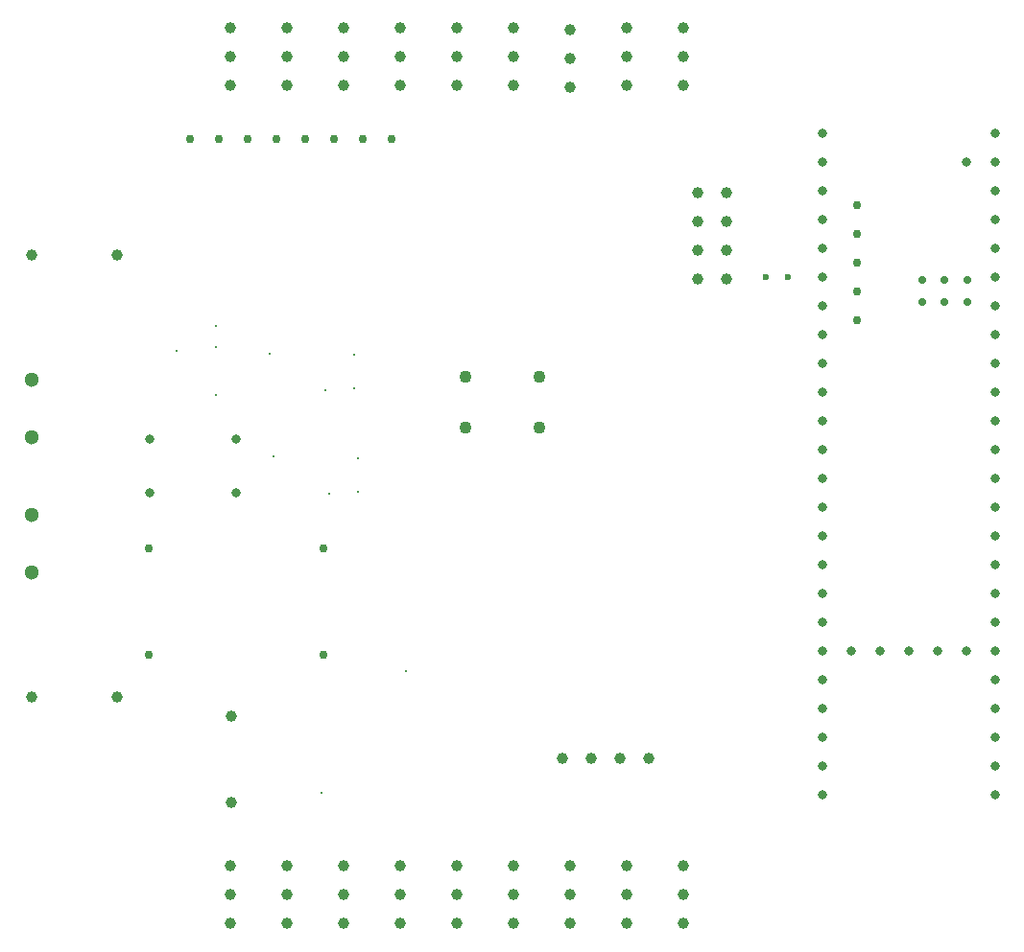
<source format=gbr>
%TF.GenerationSoftware,KiCad,Pcbnew,8.0.7*%
%TF.CreationDate,2025-07-19T14:16:11-04:00*%
%TF.ProjectId,Hexapod V2,48657861-706f-4642-9056-322e6b696361,rev?*%
%TF.SameCoordinates,Original*%
%TF.FileFunction,Plated,1,4,PTH,Drill*%
%TF.FilePolarity,Positive*%
%FSLAX46Y46*%
G04 Gerber Fmt 4.6, Leading zero omitted, Abs format (unit mm)*
G04 Created by KiCad (PCBNEW 8.0.7) date 2025-07-19 14:16:11*
%MOMM*%
%LPD*%
G01*
G04 APERTURE LIST*
%TA.AperFunction,ViaDrill*%
%ADD10C,0.300000*%
%TD*%
%TA.AperFunction,ComponentDrill*%
%ADD11C,0.600000*%
%TD*%
%TA.AperFunction,ComponentDrill*%
%ADD12C,0.700000*%
%TD*%
%TA.AperFunction,ComponentDrill*%
%ADD13C,0.750000*%
%TD*%
%TA.AperFunction,ComponentDrill*%
%ADD14C,0.762000*%
%TD*%
%TA.AperFunction,ComponentDrill*%
%ADD15C,0.800000*%
%TD*%
%TA.AperFunction,ComponentDrill*%
%ADD16C,1.000000*%
%TD*%
%TA.AperFunction,ComponentDrill*%
%ADD17C,1.100000*%
%TD*%
%TA.AperFunction,ComponentDrill*%
%ADD18C,1.300000*%
%TD*%
G04 APERTURE END LIST*
D10*
X92750000Y-71500000D03*
X96250000Y-69300000D03*
X96250000Y-71200000D03*
X96275000Y-75365000D03*
X101025000Y-71725000D03*
X101325000Y-80825000D03*
X105525000Y-110560000D03*
X105900000Y-75000000D03*
X106200000Y-84150000D03*
X108450000Y-71875000D03*
X108450000Y-74825000D03*
X108750000Y-81000000D03*
X108750000Y-83975000D03*
X113000000Y-99750000D03*
D11*
%TO.C,C1*%
X144750000Y-65000000D03*
X146750000Y-65000000D03*
D12*
%TO.C,U4*%
X158540000Y-65220000D03*
X158540000Y-67220000D03*
X160540000Y-65220000D03*
X160540000Y-67220000D03*
X162540000Y-65220000D03*
X162540000Y-67220000D03*
D13*
X152800000Y-58600000D03*
X152800000Y-61140000D03*
X152800000Y-63680000D03*
X152800000Y-66220000D03*
X152800000Y-68760000D03*
D14*
%TO.C,U5*%
X90300000Y-88900000D03*
X90300000Y-98300000D03*
%TO.C,U2*%
X93983000Y-52765000D03*
X96523000Y-52765000D03*
X99063000Y-52765000D03*
X101603000Y-52765000D03*
X104143000Y-52765000D03*
%TO.C,U5*%
X105700000Y-88900000D03*
X105700000Y-98300000D03*
%TO.C,U2*%
X106683000Y-52765000D03*
X109223000Y-52765000D03*
X111763000Y-52765000D03*
D15*
%TO.C,R4*%
X90440000Y-79250000D03*
%TO.C,R3*%
X90440000Y-84000000D03*
%TO.C,R4*%
X98060000Y-79250000D03*
%TO.C,R3*%
X98060000Y-84000000D03*
%TO.C,U4*%
X149750000Y-52250000D03*
X149750000Y-54790000D03*
X149750000Y-57330000D03*
X149750000Y-59870000D03*
X149750000Y-62410000D03*
X149750000Y-64950000D03*
X149750000Y-67490000D03*
X149750000Y-70030000D03*
X149750000Y-72570000D03*
X149750000Y-75110000D03*
X149750000Y-77650000D03*
X149750000Y-80190000D03*
X149750000Y-82730000D03*
X149750000Y-85270000D03*
X149750000Y-87810000D03*
X149750000Y-90350000D03*
X149750000Y-92890000D03*
X149750000Y-95430000D03*
X149750000Y-97970000D03*
X149750000Y-100510000D03*
X149750000Y-103050000D03*
X149750000Y-105590000D03*
X149750000Y-108130000D03*
X149750000Y-110670000D03*
X152290000Y-97970000D03*
X154830000Y-97970000D03*
X157370000Y-97970000D03*
X159910000Y-97970000D03*
X162450000Y-54790000D03*
X162450000Y-97970000D03*
X164990000Y-52250000D03*
X164990000Y-54790000D03*
X164990000Y-57330000D03*
X164990000Y-59870000D03*
X164990000Y-62410000D03*
X164990000Y-64950000D03*
X164990000Y-67490000D03*
X164990000Y-70030000D03*
X164990000Y-72570000D03*
X164990000Y-75110000D03*
X164990000Y-77650000D03*
X164990000Y-80190000D03*
X164990000Y-82730000D03*
X164990000Y-85270000D03*
X164990000Y-87810000D03*
X164990000Y-90350000D03*
X164990000Y-92890000D03*
X164990000Y-95430000D03*
X164990000Y-97970000D03*
X164990000Y-100510000D03*
X164990000Y-103050000D03*
X164990000Y-105590000D03*
X164990000Y-108130000D03*
X164990000Y-110670000D03*
D16*
%TO.C,C8*%
X80000000Y-63000000D03*
%TO.C,C9*%
X80000000Y-102080000D03*
%TO.C,C8*%
X87500000Y-63000000D03*
%TO.C,C9*%
X87500000Y-102080000D03*
%TO.C,T6*%
X97500000Y-43000000D03*
X97500000Y-45540000D03*
X97500000Y-48080000D03*
%TO.C,C11*%
X97500000Y-117000000D03*
X97500000Y-119540000D03*
X97500000Y-122080000D03*
%TO.C,BZ1*%
X97600000Y-103750000D03*
X97600000Y-111350000D03*
%TO.C,T4*%
X102500000Y-43000000D03*
X102500000Y-45540000D03*
X102500000Y-48080000D03*
%TO.C,C33*%
X102500000Y-117000000D03*
X102500000Y-119540000D03*
X102500000Y-122080000D03*
%TO.C,T2*%
X107500000Y-43000000D03*
X107500000Y-45540000D03*
X107500000Y-48080000D03*
%TO.C,C55*%
X107500000Y-117000000D03*
X107500000Y-119540000D03*
X107500000Y-122080000D03*
%TO.C,F6*%
X112500000Y-43000000D03*
X112500000Y-45540000D03*
X112500000Y-48080000D03*
%TO.C,F1*%
X112500000Y-117000000D03*
X112500000Y-119540000D03*
X112500000Y-122080000D03*
%TO.C,F4*%
X117500000Y-43000000D03*
X117500000Y-45540000D03*
X117500000Y-48080000D03*
%TO.C,F3*%
X117500000Y-117000000D03*
X117500000Y-119540000D03*
X117500000Y-122080000D03*
%TO.C,F2*%
X122500000Y-43000000D03*
X122500000Y-45540000D03*
X122500000Y-48080000D03*
%TO.C,F5*%
X122500000Y-117000000D03*
X122500000Y-119540000D03*
X122500000Y-122080000D03*
%TO.C,SSD1306*%
X126800000Y-107450000D03*
%TO.C,C44*%
X127500000Y-43170000D03*
X127500000Y-45710000D03*
X127500000Y-48250000D03*
%TO.C,T1*%
X127500000Y-117000000D03*
X127500000Y-119540000D03*
X127500000Y-122080000D03*
%TO.C,SSD1306*%
X129340000Y-107450000D03*
X131880000Y-107450000D03*
%TO.C,C44*%
X132500000Y-43000000D03*
X132500000Y-45540000D03*
X132500000Y-48080000D03*
%TO.C,T3*%
X132500000Y-117000000D03*
X132500000Y-119540000D03*
X132500000Y-122080000D03*
%TO.C,SSD1306*%
X134420000Y-107450000D03*
%TO.C,C22*%
X137500000Y-43000000D03*
X137500000Y-45540000D03*
X137500000Y-48080000D03*
%TO.C,T5*%
X137500000Y-117000000D03*
X137500000Y-119540000D03*
X137500000Y-122080000D03*
%TO.C,U3*%
X138749500Y-57505000D03*
X138749500Y-60045000D03*
X138749500Y-62585000D03*
X138749500Y-65125000D03*
X141289500Y-57505000D03*
X141289500Y-60045000D03*
X141289500Y-62585000D03*
X141289500Y-65125000D03*
D17*
%TO.C,REF\u002A\u002A*%
X118250000Y-73750000D03*
X118250000Y-78250000D03*
X124750000Y-73750000D03*
X124750000Y-78250000D03*
D18*
%TO.C,J2*%
X80000000Y-74000000D03*
X80000000Y-79080000D03*
%TO.C,J3*%
X80000000Y-86000000D03*
X80000000Y-91080000D03*
M02*

</source>
